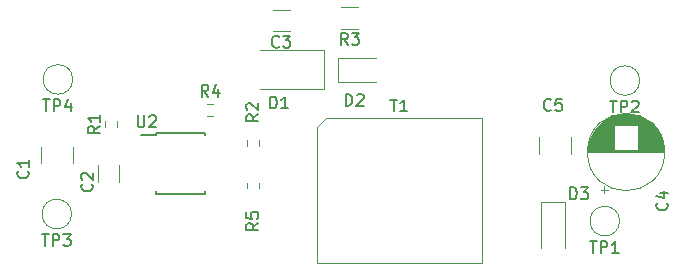
<source format=gbr>
%TF.GenerationSoftware,KiCad,Pcbnew,5.1.9+dfsg1-1*%
%TF.CreationDate,2021-02-27T20:44:50-08:00*%
%TF.ProjectId,hv-supply-test,68762d73-7570-4706-9c79-2d746573742e,rev?*%
%TF.SameCoordinates,Original*%
%TF.FileFunction,Legend,Top*%
%TF.FilePolarity,Positive*%
%FSLAX46Y46*%
G04 Gerber Fmt 4.6, Leading zero omitted, Abs format (unit mm)*
G04 Created by KiCad (PCBNEW 5.1.9+dfsg1-1) date 2021-02-27 20:44:50*
%MOMM*%
%LPD*%
G01*
G04 APERTURE LIST*
%ADD10C,0.120000*%
%ADD11C,0.150000*%
G04 APERTURE END LIST*
D10*
%TO.C,C2*%
X162310000Y-40688748D02*
X162310000Y-42111252D01*
X160490000Y-40688748D02*
X160490000Y-42111252D01*
%TO.C,TP4*%
X158351000Y-33400000D02*
G75*
G03*
X158351000Y-33400000I-1251000J0D01*
G01*
%TO.C,TP3*%
X158251000Y-44800000D02*
G75*
G03*
X158251000Y-44800000I-1251000J0D01*
G01*
%TO.C,R3*%
X182527064Y-29110000D02*
X181072936Y-29110000D01*
X182527064Y-27290000D02*
X181072936Y-27290000D01*
%TO.C,C3*%
X176711252Y-29310000D02*
X175288748Y-29310000D01*
X176711252Y-27490000D02*
X175288748Y-27490000D01*
%TO.C,C5*%
X197840000Y-39711252D02*
X197840000Y-38288748D01*
X200560000Y-39711252D02*
X200560000Y-38288748D01*
%TO.C,T1*%
X179005000Y-37465000D02*
X179805000Y-36665000D01*
X179805000Y-36665000D02*
X192995000Y-36665000D01*
X192995000Y-36665000D02*
X192995000Y-48935000D01*
X192995000Y-48935000D02*
X179005000Y-48935000D01*
X179005000Y-48935000D02*
X179005000Y-37465000D01*
%TO.C,R4*%
X169762742Y-35477500D02*
X170237258Y-35477500D01*
X169762742Y-36522500D02*
X170237258Y-36522500D01*
D11*
%TO.C,U2*%
X165425000Y-37925000D02*
X165425000Y-38125000D01*
X169575000Y-37925000D02*
X169575000Y-38125000D01*
X169575000Y-43075000D02*
X169575000Y-42875000D01*
X165425000Y-43075000D02*
X165425000Y-42875000D01*
X165425000Y-37925000D02*
X169575000Y-37925000D01*
X165425000Y-43075000D02*
X169575000Y-43075000D01*
X165425000Y-38125000D02*
X164125000Y-38125000D01*
D10*
%TO.C,TP2*%
X206351000Y-33500000D02*
G75*
G03*
X206351000Y-33500000I-1251000J0D01*
G01*
%TO.C,TP1*%
X204651000Y-45400000D02*
G75*
G03*
X204651000Y-45400000I-1251000J0D01*
G01*
%TO.C,R5*%
X173077500Y-42637258D02*
X173077500Y-42162742D01*
X174122500Y-42637258D02*
X174122500Y-42162742D01*
%TO.C,R2*%
X174122500Y-38562742D02*
X174122500Y-39037258D01*
X173077500Y-38562742D02*
X173077500Y-39037258D01*
%TO.C,R1*%
X161077500Y-37437258D02*
X161077500Y-36962742D01*
X162122500Y-37437258D02*
X162122500Y-36962742D01*
%TO.C,D3*%
X200000000Y-43800000D02*
X198000000Y-43800000D01*
X198000000Y-43800000D02*
X198000000Y-47650000D01*
X200000000Y-43800000D02*
X200000000Y-47650000D01*
%TO.C,D2*%
X184000000Y-31600000D02*
X180800000Y-31600000D01*
X180800000Y-33600000D02*
X184000000Y-33600000D01*
X180800000Y-33600000D02*
X180800000Y-31600000D01*
%TO.C,D1*%
X179600000Y-34250000D02*
X179600000Y-30950000D01*
X179600000Y-30950000D02*
X174200000Y-30950000D01*
X179600000Y-34250000D02*
X174200000Y-34250000D01*
%TO.C,C4*%
X208470000Y-39550000D02*
G75*
G03*
X208470000Y-39550000I-3270000J0D01*
G01*
X201970000Y-39550000D02*
X208430000Y-39550000D01*
X201970000Y-39510000D02*
X208430000Y-39510000D01*
X201970000Y-39470000D02*
X208430000Y-39470000D01*
X201972000Y-39430000D02*
X208428000Y-39430000D01*
X201973000Y-39390000D02*
X208427000Y-39390000D01*
X201976000Y-39350000D02*
X208424000Y-39350000D01*
X201978000Y-39310000D02*
X204160000Y-39310000D01*
X206240000Y-39310000D02*
X208422000Y-39310000D01*
X201982000Y-39270000D02*
X204160000Y-39270000D01*
X206240000Y-39270000D02*
X208418000Y-39270000D01*
X201985000Y-39230000D02*
X204160000Y-39230000D01*
X206240000Y-39230000D02*
X208415000Y-39230000D01*
X201989000Y-39190000D02*
X204160000Y-39190000D01*
X206240000Y-39190000D02*
X208411000Y-39190000D01*
X201994000Y-39150000D02*
X204160000Y-39150000D01*
X206240000Y-39150000D02*
X208406000Y-39150000D01*
X201999000Y-39110000D02*
X204160000Y-39110000D01*
X206240000Y-39110000D02*
X208401000Y-39110000D01*
X202005000Y-39070000D02*
X204160000Y-39070000D01*
X206240000Y-39070000D02*
X208395000Y-39070000D01*
X202011000Y-39030000D02*
X204160000Y-39030000D01*
X206240000Y-39030000D02*
X208389000Y-39030000D01*
X202018000Y-38990000D02*
X204160000Y-38990000D01*
X206240000Y-38990000D02*
X208382000Y-38990000D01*
X202025000Y-38950000D02*
X204160000Y-38950000D01*
X206240000Y-38950000D02*
X208375000Y-38950000D01*
X202033000Y-38910000D02*
X204160000Y-38910000D01*
X206240000Y-38910000D02*
X208367000Y-38910000D01*
X202041000Y-38870000D02*
X204160000Y-38870000D01*
X206240000Y-38870000D02*
X208359000Y-38870000D01*
X202050000Y-38829000D02*
X204160000Y-38829000D01*
X206240000Y-38829000D02*
X208350000Y-38829000D01*
X202059000Y-38789000D02*
X204160000Y-38789000D01*
X206240000Y-38789000D02*
X208341000Y-38789000D01*
X202069000Y-38749000D02*
X204160000Y-38749000D01*
X206240000Y-38749000D02*
X208331000Y-38749000D01*
X202079000Y-38709000D02*
X204160000Y-38709000D01*
X206240000Y-38709000D02*
X208321000Y-38709000D01*
X202090000Y-38669000D02*
X204160000Y-38669000D01*
X206240000Y-38669000D02*
X208310000Y-38669000D01*
X202102000Y-38629000D02*
X204160000Y-38629000D01*
X206240000Y-38629000D02*
X208298000Y-38629000D01*
X202114000Y-38589000D02*
X204160000Y-38589000D01*
X206240000Y-38589000D02*
X208286000Y-38589000D01*
X202126000Y-38549000D02*
X204160000Y-38549000D01*
X206240000Y-38549000D02*
X208274000Y-38549000D01*
X202139000Y-38509000D02*
X204160000Y-38509000D01*
X206240000Y-38509000D02*
X208261000Y-38509000D01*
X202153000Y-38469000D02*
X204160000Y-38469000D01*
X206240000Y-38469000D02*
X208247000Y-38469000D01*
X202167000Y-38429000D02*
X204160000Y-38429000D01*
X206240000Y-38429000D02*
X208233000Y-38429000D01*
X202182000Y-38389000D02*
X204160000Y-38389000D01*
X206240000Y-38389000D02*
X208218000Y-38389000D01*
X202198000Y-38349000D02*
X204160000Y-38349000D01*
X206240000Y-38349000D02*
X208202000Y-38349000D01*
X202214000Y-38309000D02*
X204160000Y-38309000D01*
X206240000Y-38309000D02*
X208186000Y-38309000D01*
X202230000Y-38269000D02*
X204160000Y-38269000D01*
X206240000Y-38269000D02*
X208170000Y-38269000D01*
X202248000Y-38229000D02*
X204160000Y-38229000D01*
X206240000Y-38229000D02*
X208152000Y-38229000D01*
X202266000Y-38189000D02*
X204160000Y-38189000D01*
X206240000Y-38189000D02*
X208134000Y-38189000D01*
X202284000Y-38149000D02*
X204160000Y-38149000D01*
X206240000Y-38149000D02*
X208116000Y-38149000D01*
X202304000Y-38109000D02*
X204160000Y-38109000D01*
X206240000Y-38109000D02*
X208096000Y-38109000D01*
X202324000Y-38069000D02*
X204160000Y-38069000D01*
X206240000Y-38069000D02*
X208076000Y-38069000D01*
X202344000Y-38029000D02*
X204160000Y-38029000D01*
X206240000Y-38029000D02*
X208056000Y-38029000D01*
X202366000Y-37989000D02*
X204160000Y-37989000D01*
X206240000Y-37989000D02*
X208034000Y-37989000D01*
X202388000Y-37949000D02*
X204160000Y-37949000D01*
X206240000Y-37949000D02*
X208012000Y-37949000D01*
X202410000Y-37909000D02*
X204160000Y-37909000D01*
X206240000Y-37909000D02*
X207990000Y-37909000D01*
X202434000Y-37869000D02*
X204160000Y-37869000D01*
X206240000Y-37869000D02*
X207966000Y-37869000D01*
X202458000Y-37829000D02*
X204160000Y-37829000D01*
X206240000Y-37829000D02*
X207942000Y-37829000D01*
X202484000Y-37789000D02*
X204160000Y-37789000D01*
X206240000Y-37789000D02*
X207916000Y-37789000D01*
X202510000Y-37749000D02*
X204160000Y-37749000D01*
X206240000Y-37749000D02*
X207890000Y-37749000D01*
X202536000Y-37709000D02*
X204160000Y-37709000D01*
X206240000Y-37709000D02*
X207864000Y-37709000D01*
X202564000Y-37669000D02*
X204160000Y-37669000D01*
X206240000Y-37669000D02*
X207836000Y-37669000D01*
X202593000Y-37629000D02*
X204160000Y-37629000D01*
X206240000Y-37629000D02*
X207807000Y-37629000D01*
X202622000Y-37589000D02*
X204160000Y-37589000D01*
X206240000Y-37589000D02*
X207778000Y-37589000D01*
X202652000Y-37549000D02*
X204160000Y-37549000D01*
X206240000Y-37549000D02*
X207748000Y-37549000D01*
X202684000Y-37509000D02*
X204160000Y-37509000D01*
X206240000Y-37509000D02*
X207716000Y-37509000D01*
X202716000Y-37469000D02*
X204160000Y-37469000D01*
X206240000Y-37469000D02*
X207684000Y-37469000D01*
X202750000Y-37429000D02*
X204160000Y-37429000D01*
X206240000Y-37429000D02*
X207650000Y-37429000D01*
X202784000Y-37389000D02*
X204160000Y-37389000D01*
X206240000Y-37389000D02*
X207616000Y-37389000D01*
X202820000Y-37349000D02*
X204160000Y-37349000D01*
X206240000Y-37349000D02*
X207580000Y-37349000D01*
X202857000Y-37309000D02*
X204160000Y-37309000D01*
X206240000Y-37309000D02*
X207543000Y-37309000D01*
X202895000Y-37269000D02*
X204160000Y-37269000D01*
X206240000Y-37269000D02*
X207505000Y-37269000D01*
X202935000Y-37229000D02*
X207465000Y-37229000D01*
X202976000Y-37189000D02*
X207424000Y-37189000D01*
X203018000Y-37149000D02*
X207382000Y-37149000D01*
X203063000Y-37109000D02*
X207337000Y-37109000D01*
X203108000Y-37069000D02*
X207292000Y-37069000D01*
X203156000Y-37029000D02*
X207244000Y-37029000D01*
X203205000Y-36989000D02*
X207195000Y-36989000D01*
X203256000Y-36949000D02*
X207144000Y-36949000D01*
X203310000Y-36909000D02*
X207090000Y-36909000D01*
X203366000Y-36869000D02*
X207034000Y-36869000D01*
X203424000Y-36829000D02*
X206976000Y-36829000D01*
X203486000Y-36789000D02*
X206914000Y-36789000D01*
X203550000Y-36749000D02*
X206850000Y-36749000D01*
X203619000Y-36709000D02*
X206781000Y-36709000D01*
X203691000Y-36669000D02*
X206709000Y-36669000D01*
X203768000Y-36629000D02*
X206632000Y-36629000D01*
X203850000Y-36589000D02*
X206550000Y-36589000D01*
X203938000Y-36549000D02*
X206462000Y-36549000D01*
X204035000Y-36509000D02*
X206365000Y-36509000D01*
X204141000Y-36469000D02*
X206259000Y-36469000D01*
X204260000Y-36429000D02*
X206140000Y-36429000D01*
X204398000Y-36389000D02*
X206002000Y-36389000D01*
X204567000Y-36349000D02*
X205833000Y-36349000D01*
X204798000Y-36309000D02*
X205602000Y-36309000D01*
X203361000Y-43050241D02*
X203361000Y-42420241D01*
X203046000Y-42735241D02*
X203676000Y-42735241D01*
%TO.C,C1*%
X158360000Y-39088748D02*
X158360000Y-40511252D01*
X155640000Y-39088748D02*
X155640000Y-40511252D01*
%TO.C,C2*%
D11*
X159957142Y-42266666D02*
X160004761Y-42314285D01*
X160052380Y-42457142D01*
X160052380Y-42552380D01*
X160004761Y-42695238D01*
X159909523Y-42790476D01*
X159814285Y-42838095D01*
X159623809Y-42885714D01*
X159480952Y-42885714D01*
X159290476Y-42838095D01*
X159195238Y-42790476D01*
X159100000Y-42695238D01*
X159052380Y-42552380D01*
X159052380Y-42457142D01*
X159100000Y-42314285D01*
X159147619Y-42266666D01*
X159147619Y-41885714D02*
X159100000Y-41838095D01*
X159052380Y-41742857D01*
X159052380Y-41504761D01*
X159100000Y-41409523D01*
X159147619Y-41361904D01*
X159242857Y-41314285D01*
X159338095Y-41314285D01*
X159480952Y-41361904D01*
X160052380Y-41933333D01*
X160052380Y-41314285D01*
%TO.C,TP4*%
X155838095Y-35102380D02*
X156409523Y-35102380D01*
X156123809Y-36102380D02*
X156123809Y-35102380D01*
X156742857Y-36102380D02*
X156742857Y-35102380D01*
X157123809Y-35102380D01*
X157219047Y-35150000D01*
X157266666Y-35197619D01*
X157314285Y-35292857D01*
X157314285Y-35435714D01*
X157266666Y-35530952D01*
X157219047Y-35578571D01*
X157123809Y-35626190D01*
X156742857Y-35626190D01*
X158171428Y-35435714D02*
X158171428Y-36102380D01*
X157933333Y-35054761D02*
X157695238Y-35769047D01*
X158314285Y-35769047D01*
%TO.C,TP3*%
X155738095Y-46502380D02*
X156309523Y-46502380D01*
X156023809Y-47502380D02*
X156023809Y-46502380D01*
X156642857Y-47502380D02*
X156642857Y-46502380D01*
X157023809Y-46502380D01*
X157119047Y-46550000D01*
X157166666Y-46597619D01*
X157214285Y-46692857D01*
X157214285Y-46835714D01*
X157166666Y-46930952D01*
X157119047Y-46978571D01*
X157023809Y-47026190D01*
X156642857Y-47026190D01*
X157547619Y-46502380D02*
X158166666Y-46502380D01*
X157833333Y-46883333D01*
X157976190Y-46883333D01*
X158071428Y-46930952D01*
X158119047Y-46978571D01*
X158166666Y-47073809D01*
X158166666Y-47311904D01*
X158119047Y-47407142D01*
X158071428Y-47454761D01*
X157976190Y-47502380D01*
X157690476Y-47502380D01*
X157595238Y-47454761D01*
X157547619Y-47407142D01*
%TO.C,R3*%
X181633333Y-30472380D02*
X181300000Y-29996190D01*
X181061904Y-30472380D02*
X181061904Y-29472380D01*
X181442857Y-29472380D01*
X181538095Y-29520000D01*
X181585714Y-29567619D01*
X181633333Y-29662857D01*
X181633333Y-29805714D01*
X181585714Y-29900952D01*
X181538095Y-29948571D01*
X181442857Y-29996190D01*
X181061904Y-29996190D01*
X181966666Y-29472380D02*
X182585714Y-29472380D01*
X182252380Y-29853333D01*
X182395238Y-29853333D01*
X182490476Y-29900952D01*
X182538095Y-29948571D01*
X182585714Y-30043809D01*
X182585714Y-30281904D01*
X182538095Y-30377142D01*
X182490476Y-30424761D01*
X182395238Y-30472380D01*
X182109523Y-30472380D01*
X182014285Y-30424761D01*
X181966666Y-30377142D01*
%TO.C,C3*%
X175833333Y-30607142D02*
X175785714Y-30654761D01*
X175642857Y-30702380D01*
X175547619Y-30702380D01*
X175404761Y-30654761D01*
X175309523Y-30559523D01*
X175261904Y-30464285D01*
X175214285Y-30273809D01*
X175214285Y-30130952D01*
X175261904Y-29940476D01*
X175309523Y-29845238D01*
X175404761Y-29750000D01*
X175547619Y-29702380D01*
X175642857Y-29702380D01*
X175785714Y-29750000D01*
X175833333Y-29797619D01*
X176166666Y-29702380D02*
X176785714Y-29702380D01*
X176452380Y-30083333D01*
X176595238Y-30083333D01*
X176690476Y-30130952D01*
X176738095Y-30178571D01*
X176785714Y-30273809D01*
X176785714Y-30511904D01*
X176738095Y-30607142D01*
X176690476Y-30654761D01*
X176595238Y-30702380D01*
X176309523Y-30702380D01*
X176214285Y-30654761D01*
X176166666Y-30607142D01*
%TO.C,C5*%
X198833333Y-35957142D02*
X198785714Y-36004761D01*
X198642857Y-36052380D01*
X198547619Y-36052380D01*
X198404761Y-36004761D01*
X198309523Y-35909523D01*
X198261904Y-35814285D01*
X198214285Y-35623809D01*
X198214285Y-35480952D01*
X198261904Y-35290476D01*
X198309523Y-35195238D01*
X198404761Y-35100000D01*
X198547619Y-35052380D01*
X198642857Y-35052380D01*
X198785714Y-35100000D01*
X198833333Y-35147619D01*
X199738095Y-35052380D02*
X199261904Y-35052380D01*
X199214285Y-35528571D01*
X199261904Y-35480952D01*
X199357142Y-35433333D01*
X199595238Y-35433333D01*
X199690476Y-35480952D01*
X199738095Y-35528571D01*
X199785714Y-35623809D01*
X199785714Y-35861904D01*
X199738095Y-35957142D01*
X199690476Y-36004761D01*
X199595238Y-36052380D01*
X199357142Y-36052380D01*
X199261904Y-36004761D01*
X199214285Y-35957142D01*
%TO.C,T1*%
X185238095Y-35117380D02*
X185809523Y-35117380D01*
X185523809Y-36117380D02*
X185523809Y-35117380D01*
X186666666Y-36117380D02*
X186095238Y-36117380D01*
X186380952Y-36117380D02*
X186380952Y-35117380D01*
X186285714Y-35260238D01*
X186190476Y-35355476D01*
X186095238Y-35403095D01*
%TO.C,R4*%
X169833333Y-34852380D02*
X169500000Y-34376190D01*
X169261904Y-34852380D02*
X169261904Y-33852380D01*
X169642857Y-33852380D01*
X169738095Y-33900000D01*
X169785714Y-33947619D01*
X169833333Y-34042857D01*
X169833333Y-34185714D01*
X169785714Y-34280952D01*
X169738095Y-34328571D01*
X169642857Y-34376190D01*
X169261904Y-34376190D01*
X170690476Y-34185714D02*
X170690476Y-34852380D01*
X170452380Y-33804761D02*
X170214285Y-34519047D01*
X170833333Y-34519047D01*
%TO.C,U2*%
X163838095Y-36452380D02*
X163838095Y-37261904D01*
X163885714Y-37357142D01*
X163933333Y-37404761D01*
X164028571Y-37452380D01*
X164219047Y-37452380D01*
X164314285Y-37404761D01*
X164361904Y-37357142D01*
X164409523Y-37261904D01*
X164409523Y-36452380D01*
X164838095Y-36547619D02*
X164885714Y-36500000D01*
X164980952Y-36452380D01*
X165219047Y-36452380D01*
X165314285Y-36500000D01*
X165361904Y-36547619D01*
X165409523Y-36642857D01*
X165409523Y-36738095D01*
X165361904Y-36880952D01*
X164790476Y-37452380D01*
X165409523Y-37452380D01*
%TO.C,TP2*%
X203838095Y-35202380D02*
X204409523Y-35202380D01*
X204123809Y-36202380D02*
X204123809Y-35202380D01*
X204742857Y-36202380D02*
X204742857Y-35202380D01*
X205123809Y-35202380D01*
X205219047Y-35250000D01*
X205266666Y-35297619D01*
X205314285Y-35392857D01*
X205314285Y-35535714D01*
X205266666Y-35630952D01*
X205219047Y-35678571D01*
X205123809Y-35726190D01*
X204742857Y-35726190D01*
X205695238Y-35297619D02*
X205742857Y-35250000D01*
X205838095Y-35202380D01*
X206076190Y-35202380D01*
X206171428Y-35250000D01*
X206219047Y-35297619D01*
X206266666Y-35392857D01*
X206266666Y-35488095D01*
X206219047Y-35630952D01*
X205647619Y-36202380D01*
X206266666Y-36202380D01*
%TO.C,TP1*%
X202138095Y-47102380D02*
X202709523Y-47102380D01*
X202423809Y-48102380D02*
X202423809Y-47102380D01*
X203042857Y-48102380D02*
X203042857Y-47102380D01*
X203423809Y-47102380D01*
X203519047Y-47150000D01*
X203566666Y-47197619D01*
X203614285Y-47292857D01*
X203614285Y-47435714D01*
X203566666Y-47530952D01*
X203519047Y-47578571D01*
X203423809Y-47626190D01*
X203042857Y-47626190D01*
X204566666Y-48102380D02*
X203995238Y-48102380D01*
X204280952Y-48102380D02*
X204280952Y-47102380D01*
X204185714Y-47245238D01*
X204090476Y-47340476D01*
X203995238Y-47388095D01*
%TO.C,R5*%
X174052380Y-45566666D02*
X173576190Y-45900000D01*
X174052380Y-46138095D02*
X173052380Y-46138095D01*
X173052380Y-45757142D01*
X173100000Y-45661904D01*
X173147619Y-45614285D01*
X173242857Y-45566666D01*
X173385714Y-45566666D01*
X173480952Y-45614285D01*
X173528571Y-45661904D01*
X173576190Y-45757142D01*
X173576190Y-46138095D01*
X173052380Y-44661904D02*
X173052380Y-45138095D01*
X173528571Y-45185714D01*
X173480952Y-45138095D01*
X173433333Y-45042857D01*
X173433333Y-44804761D01*
X173480952Y-44709523D01*
X173528571Y-44661904D01*
X173623809Y-44614285D01*
X173861904Y-44614285D01*
X173957142Y-44661904D01*
X174004761Y-44709523D01*
X174052380Y-44804761D01*
X174052380Y-45042857D01*
X174004761Y-45138095D01*
X173957142Y-45185714D01*
%TO.C,R2*%
X174052380Y-36366666D02*
X173576190Y-36700000D01*
X174052380Y-36938095D02*
X173052380Y-36938095D01*
X173052380Y-36557142D01*
X173100000Y-36461904D01*
X173147619Y-36414285D01*
X173242857Y-36366666D01*
X173385714Y-36366666D01*
X173480952Y-36414285D01*
X173528571Y-36461904D01*
X173576190Y-36557142D01*
X173576190Y-36938095D01*
X173147619Y-35985714D02*
X173100000Y-35938095D01*
X173052380Y-35842857D01*
X173052380Y-35604761D01*
X173100000Y-35509523D01*
X173147619Y-35461904D01*
X173242857Y-35414285D01*
X173338095Y-35414285D01*
X173480952Y-35461904D01*
X174052380Y-36033333D01*
X174052380Y-35414285D01*
%TO.C,R1*%
X160622380Y-37366666D02*
X160146190Y-37700000D01*
X160622380Y-37938095D02*
X159622380Y-37938095D01*
X159622380Y-37557142D01*
X159670000Y-37461904D01*
X159717619Y-37414285D01*
X159812857Y-37366666D01*
X159955714Y-37366666D01*
X160050952Y-37414285D01*
X160098571Y-37461904D01*
X160146190Y-37557142D01*
X160146190Y-37938095D01*
X160622380Y-36414285D02*
X160622380Y-36985714D01*
X160622380Y-36700000D02*
X159622380Y-36700000D01*
X159765238Y-36795238D01*
X159860476Y-36890476D01*
X159908095Y-36985714D01*
%TO.C,D3*%
X200461904Y-43552380D02*
X200461904Y-42552380D01*
X200700000Y-42552380D01*
X200842857Y-42600000D01*
X200938095Y-42695238D01*
X200985714Y-42790476D01*
X201033333Y-42980952D01*
X201033333Y-43123809D01*
X200985714Y-43314285D01*
X200938095Y-43409523D01*
X200842857Y-43504761D01*
X200700000Y-43552380D01*
X200461904Y-43552380D01*
X201366666Y-42552380D02*
X201985714Y-42552380D01*
X201652380Y-42933333D01*
X201795238Y-42933333D01*
X201890476Y-42980952D01*
X201938095Y-43028571D01*
X201985714Y-43123809D01*
X201985714Y-43361904D01*
X201938095Y-43457142D01*
X201890476Y-43504761D01*
X201795238Y-43552380D01*
X201509523Y-43552380D01*
X201414285Y-43504761D01*
X201366666Y-43457142D01*
%TO.C,D2*%
X181461904Y-35652380D02*
X181461904Y-34652380D01*
X181700000Y-34652380D01*
X181842857Y-34700000D01*
X181938095Y-34795238D01*
X181985714Y-34890476D01*
X182033333Y-35080952D01*
X182033333Y-35223809D01*
X181985714Y-35414285D01*
X181938095Y-35509523D01*
X181842857Y-35604761D01*
X181700000Y-35652380D01*
X181461904Y-35652380D01*
X182414285Y-34747619D02*
X182461904Y-34700000D01*
X182557142Y-34652380D01*
X182795238Y-34652380D01*
X182890476Y-34700000D01*
X182938095Y-34747619D01*
X182985714Y-34842857D01*
X182985714Y-34938095D01*
X182938095Y-35080952D01*
X182366666Y-35652380D01*
X182985714Y-35652380D01*
%TO.C,D1*%
X175061904Y-35852380D02*
X175061904Y-34852380D01*
X175300000Y-34852380D01*
X175442857Y-34900000D01*
X175538095Y-34995238D01*
X175585714Y-35090476D01*
X175633333Y-35280952D01*
X175633333Y-35423809D01*
X175585714Y-35614285D01*
X175538095Y-35709523D01*
X175442857Y-35804761D01*
X175300000Y-35852380D01*
X175061904Y-35852380D01*
X176585714Y-35852380D02*
X176014285Y-35852380D01*
X176300000Y-35852380D02*
X176300000Y-34852380D01*
X176204761Y-34995238D01*
X176109523Y-35090476D01*
X176014285Y-35138095D01*
%TO.C,C4*%
X208657142Y-43866666D02*
X208704761Y-43914285D01*
X208752380Y-44057142D01*
X208752380Y-44152380D01*
X208704761Y-44295238D01*
X208609523Y-44390476D01*
X208514285Y-44438095D01*
X208323809Y-44485714D01*
X208180952Y-44485714D01*
X207990476Y-44438095D01*
X207895238Y-44390476D01*
X207800000Y-44295238D01*
X207752380Y-44152380D01*
X207752380Y-44057142D01*
X207800000Y-43914285D01*
X207847619Y-43866666D01*
X208085714Y-43009523D02*
X208752380Y-43009523D01*
X207704761Y-43247619D02*
X208419047Y-43485714D01*
X208419047Y-42866666D01*
%TO.C,C1*%
X154557142Y-41166666D02*
X154604761Y-41214285D01*
X154652380Y-41357142D01*
X154652380Y-41452380D01*
X154604761Y-41595238D01*
X154509523Y-41690476D01*
X154414285Y-41738095D01*
X154223809Y-41785714D01*
X154080952Y-41785714D01*
X153890476Y-41738095D01*
X153795238Y-41690476D01*
X153700000Y-41595238D01*
X153652380Y-41452380D01*
X153652380Y-41357142D01*
X153700000Y-41214285D01*
X153747619Y-41166666D01*
X154652380Y-40214285D02*
X154652380Y-40785714D01*
X154652380Y-40500000D02*
X153652380Y-40500000D01*
X153795238Y-40595238D01*
X153890476Y-40690476D01*
X153938095Y-40785714D01*
%TD*%
M02*

</source>
